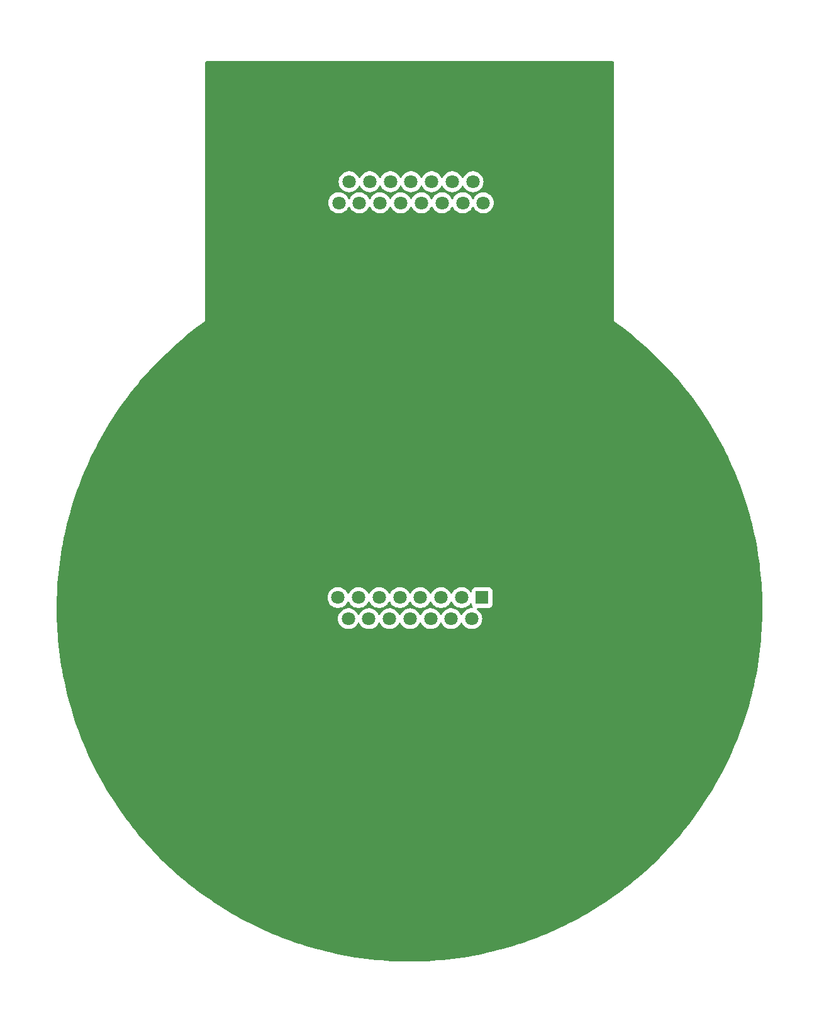
<source format=gbr>
%TF.GenerationSoftware,KiCad,Pcbnew,7.0.9*%
%TF.CreationDate,2024-05-16T17:58:55-06:00*%
%TF.ProjectId,KF50_Stepper_FT_1B_1O,4b463530-5f53-4746-9570-7065725f4654,rev?*%
%TF.SameCoordinates,Original*%
%TF.FileFunction,Copper,L4,Bot*%
%TF.FilePolarity,Positive*%
%FSLAX46Y46*%
G04 Gerber Fmt 4.6, Leading zero omitted, Abs format (unit mm)*
G04 Created by KiCad (PCBNEW 7.0.9) date 2024-05-16 17:58:55*
%MOMM*%
%LPD*%
G01*
G04 APERTURE LIST*
%TA.AperFunction,ComponentPad*%
%ADD10C,6.350000*%
%TD*%
%TA.AperFunction,ComponentPad*%
%ADD11C,1.800000*%
%TD*%
%TA.AperFunction,ComponentPad*%
%ADD12R,1.800000X1.800000*%
%TD*%
%TA.AperFunction,ComponentPad*%
%ADD13C,10.000000*%
%TD*%
G04 APERTURE END LIST*
D10*
%TO.P,J4,0,PAD*%
%TO.N,GND*%
X16660000Y56000000D03*
X-16660000Y56000000D03*
D11*
%TO.P,J4,1,1*%
%TO.N,Net-(J3-Pad1)*%
X9860000Y54580000D03*
%TO.P,J4,2,2*%
%TO.N,Net-(J3-Pad2)*%
X7080000Y54580000D03*
%TO.P,J4,3,3*%
%TO.N,Net-(J3-Pad3)*%
X4300000Y54580000D03*
%TO.P,J4,4,4*%
%TO.N,Net-(J3-Pad4)*%
X1520000Y54580000D03*
%TO.P,J4,5,5*%
%TO.N,Net-(J3-Pad5)*%
X-1260000Y54580000D03*
%TO.P,J4,6,6*%
%TO.N,Net-(J3-Pad6)*%
X-4040000Y54580000D03*
%TO.P,J4,7,7*%
%TO.N,Net-(J3-Pad7)*%
X-6820000Y54580000D03*
%TO.P,J4,8,8*%
%TO.N,Net-(J3-Pad8)*%
X-9600000Y54580000D03*
%TO.P,J4,9,P9*%
%TO.N,Net-(J3-P9)*%
X8470000Y57420000D03*
%TO.P,J4,10,P10*%
%TO.N,Net-(J3-P10)*%
X5690000Y57420000D03*
%TO.P,J4,11,P111*%
%TO.N,Net-(J3-P111)*%
X2910000Y57420000D03*
%TO.P,J4,12,P12*%
%TO.N,Net-(J3-P12)*%
X130000Y57420000D03*
%TO.P,J4,13,P13*%
%TO.N,Net-(J3-P13)*%
X-2650000Y57420000D03*
%TO.P,J4,14,P14*%
%TO.N,Net-(J3-P14)*%
X-5430000Y57420000D03*
%TO.P,J4,15,P15*%
%TO.N,Net-(J3-P15)*%
X-8210000Y57420000D03*
%TD*%
D10*
%TO.P,J3,0,PAD*%
%TO.N,GND*%
X-16660000Y0D03*
X16660000Y0D03*
D12*
%TO.P,J3,1,1*%
%TO.N,Net-(J3-Pad1)*%
X9700000Y1420000D03*
D11*
%TO.P,J3,2,2*%
%TO.N,Net-(J3-Pad2)*%
X6920000Y1420000D03*
%TO.P,J3,3,3*%
%TO.N,Net-(J3-Pad3)*%
X4160000Y1420000D03*
%TO.P,J3,4,4*%
%TO.N,Net-(J3-Pad4)*%
X1380000Y1420000D03*
%TO.P,J3,5,5*%
%TO.N,Net-(J3-Pad5)*%
X-1380000Y1420000D03*
%TO.P,J3,6,6*%
%TO.N,Net-(J3-Pad6)*%
X-4160000Y1420000D03*
%TO.P,J3,7,7*%
%TO.N,Net-(J3-Pad7)*%
X-6920000Y1420000D03*
%TO.P,J3,8,8*%
%TO.N,Net-(J3-Pad8)*%
X-9700000Y1420000D03*
%TO.P,J3,9,P9*%
%TO.N,Net-(J3-P9)*%
X8310000Y-1420000D03*
%TO.P,J3,10,P10*%
%TO.N,Net-(J3-P10)*%
X5540000Y-1420000D03*
%TO.P,J3,11,P111*%
%TO.N,Net-(J3-P111)*%
X2770000Y-1420000D03*
%TO.P,J3,12,P12*%
%TO.N,Net-(J3-P12)*%
X0Y-1420000D03*
%TO.P,J3,13,P13*%
%TO.N,Net-(J3-P13)*%
X-2770000Y-1420000D03*
%TO.P,J3,14,P14*%
%TO.N,Net-(J3-P14)*%
X-5540000Y-1420000D03*
%TO.P,J3,15,P15*%
%TO.N,Net-(J3-P15)*%
X-8310000Y-1420000D03*
%TD*%
D13*
%TO.P,H8,1,1*%
%TO.N,GND*%
X38271001Y15821362D03*
%TD*%
%TO.P,H7,1,1*%
%TO.N,GND*%
X38271001Y-15941362D03*
%TD*%
%TO.P,H6,1,1*%
%TO.N,GND*%
X15811362Y38281001D03*
%TD*%
%TO.P,Hm,1,1*%
%TO.N,GND*%
X15811362Y-38401001D03*
%TD*%
%TO.P,H4,1,1*%
%TO.N,GND*%
X-15951362Y38281001D03*
%TD*%
%TO.P,H3,1,1*%
%TO.N,GND*%
X-15951362Y-38401001D03*
%TD*%
%TO.P,H2,1,1*%
%TO.N,GND*%
X-38411001Y15821362D03*
%TD*%
%TO.P,H1,1,1*%
%TO.N,GND*%
X-38411001Y-15941362D03*
%TD*%
%TA.AperFunction,Conductor*%
%TO.N,GND*%
G36*
X27372539Y73619648D02*
G01*
X27418294Y73566844D01*
X27429500Y73515333D01*
X27429500Y38679588D01*
X27425110Y38664639D01*
X27429512Y38638471D01*
X27432839Y38635662D01*
X27441615Y38630709D01*
X28535360Y37830123D01*
X29617208Y36989268D01*
X30674352Y36117558D01*
X31705912Y35215719D01*
X32657958Y34333671D01*
X32712403Y34283154D01*
X33562460Y33448763D01*
X33692883Y33320510D01*
X34466608Y32515929D01*
X34645097Y32329921D01*
X35358500Y31543896D01*
X35568255Y31312210D01*
X36231711Y30537439D01*
X36461574Y30268245D01*
X37081614Y29500411D01*
X37324347Y29198849D01*
X37905786Y28434734D01*
X38155812Y28104965D01*
X38702071Y27342403D01*
X38955301Y26987474D01*
X39468979Y26224852D01*
X39722120Y25847345D01*
X40205198Y25083491D01*
X40455641Y24685515D01*
X40909628Y23919613D01*
X41155244Y23502964D01*
X41581212Y22734638D01*
X41820362Y22300652D01*
X42219086Y21529844D01*
X42450436Y21079586D01*
X42822802Y20305825D01*
X43044897Y19840872D01*
X43391558Y19063936D01*
X43603288Y18585467D01*
X43924587Y17805670D01*
X44125145Y17314412D01*
X44421480Y16531846D01*
X44610009Y16028820D01*
X44881689Y15243700D01*
X45057493Y14729727D01*
X45304818Y13942174D01*
X45467200Y13418276D01*
X45690380Y12628616D01*
X45838815Y12095494D01*
X46037994Y11304217D01*
X46172017Y10762499D01*
X46347372Y9969957D01*
X46466518Y9420456D01*
X46618221Y8626944D01*
X46722078Y8070458D01*
X46850279Y7276318D01*
X46938482Y6713656D01*
X47043307Y5919306D01*
X47115552Y5351161D01*
X47197108Y4557176D01*
X47253144Y3984075D01*
X47311552Y3190956D01*
X47351135Y2613626D01*
X47386527Y1821723D01*
X47409447Y1240915D01*
X47421943Y450862D01*
X47428031Y-132951D01*
X47417765Y-920656D01*
X47406871Y-1506723D01*
X47373981Y-2291633D01*
X47345986Y-2879336D01*
X47290613Y-3660951D01*
X47245427Y-4249584D01*
X47167717Y-5027430D01*
X47105280Y-5616342D01*
X47005402Y-6389803D01*
X46925654Y-6978524D01*
X46803795Y-7746973D01*
X46706709Y-8334914D01*
X46563022Y-9098003D01*
X46448633Y-9684356D01*
X46283320Y-10441501D01*
X46151620Y-11025839D01*
X45964915Y-11776382D01*
X45815940Y-12358135D01*
X45608027Y-13101684D01*
X45441873Y-13680141D01*
X45212971Y-14416191D01*
X45029725Y-14990781D01*
X44780082Y-15718772D01*
X44579842Y-16288953D01*
X44309713Y-17008354D01*
X44092604Y-17573561D01*
X43802239Y-18283888D01*
X43568417Y-18843534D01*
X43258111Y-19544229D01*
X43007719Y-20097817D01*
X42677751Y-20788391D01*
X42410977Y-21335359D01*
X42061661Y-22015284D01*
X41778698Y-22555112D01*
X41410359Y-23223877D01*
X41111398Y-23756082D01*
X40724344Y-24413227D01*
X40409661Y-24937217D01*
X40004238Y-25582250D01*
X39674043Y-26097584D01*
X39250634Y-26729983D01*
X38905177Y-27236183D01*
X38464105Y-27855542D01*
X38103721Y-28352041D01*
X37645387Y-28957866D01*
X37270299Y-29444289D01*
X36795126Y-30036089D01*
X36405658Y-30511949D01*
X35914056Y-31089277D01*
X35510469Y-31554189D01*
X35002857Y-32116612D01*
X34585561Y-32570047D01*
X34062281Y-33117236D01*
X33631665Y-33558726D01*
X33093160Y-34090259D01*
X32649569Y-34519408D01*
X32096319Y-35034850D01*
X31640074Y-35451306D01*
X31072621Y-35950195D01*
X30604055Y-36353614D01*
X30022809Y-36835628D01*
X29542396Y-37225561D01*
X28947831Y-37690342D01*
X28455968Y-38066435D01*
X27848579Y-38513628D01*
X27345669Y-38875542D01*
X26725935Y-39304820D01*
X26212456Y-39652182D01*
X25580894Y-40063215D01*
X25057263Y-40395722D01*
X24414372Y-40788205D01*
X23881020Y-41105556D01*
X23227412Y-41479141D01*
X22684765Y-41781062D01*
X22020922Y-42135496D01*
X21469454Y-42421698D01*
X20795929Y-42756705D01*
X20236202Y-43026881D01*
X19553450Y-43342250D01*
X18985916Y-43596167D01*
X18294583Y-43891612D01*
X17719688Y-44129054D01*
X17020379Y-44404335D01*
X16438584Y-44625097D01*
X15731817Y-44880024D01*
X15143688Y-45083876D01*
X14430047Y-45318250D01*
X13836076Y-45505011D01*
X13116106Y-45718664D01*
X12516856Y-45888147D01*
X11791155Y-46080909D01*
X11187060Y-46232982D01*
X10456285Y-46404690D01*
X9847906Y-46539203D01*
X9112561Y-46689744D01*
X8500411Y-46806576D01*
X7761224Y-46935811D01*
X7145773Y-47034863D01*
X6403213Y-47142716D01*
X5785184Y-47223868D01*
X5039792Y-47310262D01*
X4419647Y-47373453D01*
X3672132Y-47438307D01*
X3050344Y-47483487D01*
X2301359Y-47526748D01*
X1678424Y-47553875D01*
X928555Y-47575513D01*
X305106Y-47584558D01*
X-445106Y-47584558D01*
X-1068555Y-47575513D01*
X-1818424Y-47553875D01*
X-2441359Y-47526748D01*
X-3190344Y-47483487D01*
X-3812132Y-47438307D01*
X-4559647Y-47373453D01*
X-5179792Y-47310262D01*
X-5925184Y-47223868D01*
X-6543213Y-47142716D01*
X-7285773Y-47034863D01*
X-7901224Y-46935811D01*
X-8640411Y-46806576D01*
X-9252561Y-46689744D01*
X-9987906Y-46539203D01*
X-10596285Y-46404690D01*
X-11327060Y-46232982D01*
X-11931155Y-46080909D01*
X-12656856Y-45888147D01*
X-13256106Y-45718664D01*
X-13976076Y-45505011D01*
X-14570047Y-45318250D01*
X-15283688Y-45083876D01*
X-15871817Y-44880024D01*
X-16578584Y-44625097D01*
X-17160379Y-44404335D01*
X-17859688Y-44129054D01*
X-18434583Y-43891612D01*
X-19125916Y-43596167D01*
X-19693450Y-43342250D01*
X-20376202Y-43026881D01*
X-20935929Y-42756705D01*
X-21609454Y-42421698D01*
X-22160922Y-42135496D01*
X-22824765Y-41781062D01*
X-23367412Y-41479141D01*
X-24021020Y-41105556D01*
X-24554372Y-40788205D01*
X-25197263Y-40395722D01*
X-25720894Y-40063215D01*
X-26352456Y-39652182D01*
X-26865935Y-39304820D01*
X-27485669Y-38875542D01*
X-27988579Y-38513628D01*
X-28595968Y-38066435D01*
X-29087831Y-37690342D01*
X-29682396Y-37225561D01*
X-30162809Y-36835628D01*
X-30744055Y-36353614D01*
X-31212621Y-35950195D01*
X-31780074Y-35451306D01*
X-32236319Y-35034850D01*
X-32789569Y-34519408D01*
X-33233160Y-34090259D01*
X-33771665Y-33558726D01*
X-34202281Y-33117236D01*
X-34725561Y-32570047D01*
X-35142857Y-32116612D01*
X-35650469Y-31554189D01*
X-36054056Y-31089277D01*
X-36545658Y-30511949D01*
X-36935126Y-30036089D01*
X-37410299Y-29444289D01*
X-37785387Y-28957866D01*
X-38243721Y-28352041D01*
X-38604105Y-27855542D01*
X-39045177Y-27236183D01*
X-39390634Y-26729983D01*
X-39814043Y-26097584D01*
X-40144238Y-25582250D01*
X-40549661Y-24937217D01*
X-40864344Y-24413227D01*
X-41251398Y-23756082D01*
X-41550359Y-23223877D01*
X-41918698Y-22555112D01*
X-42201661Y-22015284D01*
X-42550977Y-21335359D01*
X-42817751Y-20788391D01*
X-43147719Y-20097817D01*
X-43398111Y-19544229D01*
X-43708417Y-18843534D01*
X-43942239Y-18283888D01*
X-44232604Y-17573561D01*
X-44449713Y-17008354D01*
X-44719842Y-16288953D01*
X-44920082Y-15718772D01*
X-45169725Y-14990781D01*
X-45352971Y-14416191D01*
X-45581873Y-13680141D01*
X-45748027Y-13101684D01*
X-45955940Y-12358135D01*
X-46104915Y-11776382D01*
X-46291620Y-11025839D01*
X-46423320Y-10441501D01*
X-46588633Y-9684356D01*
X-46703022Y-9098003D01*
X-46846709Y-8334914D01*
X-46943795Y-7746973D01*
X-47065654Y-6978524D01*
X-47145402Y-6389803D01*
X-47245280Y-5616342D01*
X-47307717Y-5027430D01*
X-47385427Y-4249584D01*
X-47430613Y-3660951D01*
X-47485986Y-2879336D01*
X-47513981Y-2291633D01*
X-47546871Y-1506723D01*
X-47557765Y-920656D01*
X-47568031Y-132951D01*
X-47561943Y450862D01*
X-47549447Y1240915D01*
X-47542380Y1419993D01*
X-11105300Y1419993D01*
X-11086135Y1188702D01*
X-11086133Y1188691D01*
X-11029157Y963699D01*
X-10935924Y751151D01*
X-10808983Y556852D01*
X-10808980Y556849D01*
X-10808979Y556847D01*
X-10651784Y386087D01*
X-10651780Y386084D01*
X-10651777Y386081D01*
X-10468634Y243535D01*
X-10468628Y243531D01*
X-10264504Y133064D01*
X-10264495Y133061D01*
X-10044984Y57702D01*
X-9873282Y29050D01*
X-9816049Y19500D01*
X-9816048Y19500D01*
X-9583952Y19500D01*
X-9583951Y19500D01*
X-9538164Y27140D01*
X-9355015Y57702D01*
X-9135504Y133061D01*
X-9135495Y133064D01*
X-8931371Y243531D01*
X-8931365Y243535D01*
X-8748222Y386081D01*
X-8748219Y386084D01*
X-8723886Y412516D01*
X-8669008Y472130D01*
X-8591016Y556852D01*
X-8464076Y751149D01*
X-8423556Y843527D01*
X-8378600Y897012D01*
X-8311864Y917702D01*
X-8244536Y899027D01*
X-8197993Y846917D01*
X-8196444Y843527D01*
X-8155923Y751149D01*
X-8028983Y556852D01*
X-8028980Y556849D01*
X-8028979Y556847D01*
X-7871784Y386087D01*
X-7871780Y386084D01*
X-7871777Y386081D01*
X-7688634Y243535D01*
X-7688628Y243531D01*
X-7484504Y133064D01*
X-7484495Y133061D01*
X-7264984Y57702D01*
X-7093282Y29050D01*
X-7036049Y19500D01*
X-7036048Y19500D01*
X-6803952Y19500D01*
X-6803951Y19500D01*
X-6758164Y27140D01*
X-6575015Y57702D01*
X-6355504Y133061D01*
X-6355495Y133064D01*
X-6151371Y243531D01*
X-6151365Y243535D01*
X-5968222Y386081D01*
X-5968219Y386084D01*
X-5943886Y412516D01*
X-5889008Y472130D01*
X-5811016Y556852D01*
X-5684076Y751149D01*
X-5653556Y820729D01*
X-5608599Y874214D01*
X-5541863Y894904D01*
X-5474536Y876229D01*
X-5427992Y824119D01*
X-5426444Y820729D01*
X-5395923Y751149D01*
X-5268983Y556852D01*
X-5268980Y556849D01*
X-5268979Y556847D01*
X-5111784Y386087D01*
X-5111780Y386084D01*
X-5111777Y386081D01*
X-4928634Y243535D01*
X-4928628Y243531D01*
X-4724504Y133064D01*
X-4724495Y133061D01*
X-4504984Y57702D01*
X-4333282Y29050D01*
X-4276049Y19500D01*
X-4276048Y19500D01*
X-4043952Y19500D01*
X-4043951Y19500D01*
X-3998164Y27140D01*
X-3815015Y57702D01*
X-3595504Y133061D01*
X-3595495Y133064D01*
X-3391371Y243531D01*
X-3391365Y243535D01*
X-3208222Y386081D01*
X-3208219Y386084D01*
X-3183886Y412516D01*
X-3129008Y472130D01*
X-3051016Y556852D01*
X-2924076Y751149D01*
X-2883556Y843527D01*
X-2838600Y897012D01*
X-2771864Y917702D01*
X-2704536Y899027D01*
X-2657993Y846917D01*
X-2656444Y843527D01*
X-2615923Y751149D01*
X-2488983Y556852D01*
X-2488980Y556849D01*
X-2488979Y556847D01*
X-2331784Y386087D01*
X-2331780Y386084D01*
X-2331777Y386081D01*
X-2148634Y243535D01*
X-2148628Y243531D01*
X-1944504Y133064D01*
X-1944495Y133061D01*
X-1724984Y57702D01*
X-1553282Y29050D01*
X-1496049Y19500D01*
X-1496048Y19500D01*
X-1263952Y19500D01*
X-1263951Y19500D01*
X-1218164Y27140D01*
X-1035015Y57702D01*
X-815504Y133061D01*
X-815495Y133064D01*
X-611371Y243531D01*
X-611365Y243535D01*
X-428222Y386081D01*
X-428219Y386084D01*
X-403886Y412516D01*
X-349008Y472130D01*
X-271016Y556852D01*
X-144076Y751149D01*
X-113556Y820729D01*
X-68599Y874214D01*
X-1863Y894904D01*
X65464Y876229D01*
X112008Y824119D01*
X113556Y820729D01*
X144076Y751149D01*
X271016Y556852D01*
X349008Y472130D01*
X403886Y412516D01*
X428219Y386084D01*
X428222Y386081D01*
X611365Y243535D01*
X611371Y243531D01*
X815495Y133064D01*
X815504Y133061D01*
X1035015Y57702D01*
X1218164Y27140D01*
X1263951Y19500D01*
X1263952Y19500D01*
X1496048Y19500D01*
X1496049Y19500D01*
X1553282Y29050D01*
X1724984Y57702D01*
X1944495Y133061D01*
X1944504Y133064D01*
X2148628Y243531D01*
X2148634Y243535D01*
X2331777Y386081D01*
X2331780Y386084D01*
X2331784Y386087D01*
X2488979Y556847D01*
X2488980Y556849D01*
X2488983Y556852D01*
X2615923Y751149D01*
X2656444Y843527D01*
X2701400Y897012D01*
X2768136Y917702D01*
X2835464Y899027D01*
X2882007Y846917D01*
X2883556Y843527D01*
X2924076Y751149D01*
X3051016Y556852D01*
X3129008Y472130D01*
X3183886Y412516D01*
X3208219Y386084D01*
X3208222Y386081D01*
X3391365Y243535D01*
X3391371Y243531D01*
X3595495Y133064D01*
X3595504Y133061D01*
X3815015Y57702D01*
X3998164Y27140D01*
X4043951Y19500D01*
X4043952Y19500D01*
X4276048Y19500D01*
X4276049Y19500D01*
X4333282Y29050D01*
X4504984Y57702D01*
X4724495Y133061D01*
X4724504Y133064D01*
X4928628Y243531D01*
X4928634Y243535D01*
X5111777Y386081D01*
X5111780Y386084D01*
X5111784Y386087D01*
X5268979Y556847D01*
X5268980Y556849D01*
X5268983Y556852D01*
X5395923Y751149D01*
X5426444Y820729D01*
X5471401Y874214D01*
X5538137Y894904D01*
X5605464Y876229D01*
X5652008Y824119D01*
X5653556Y820729D01*
X5684076Y751149D01*
X5811016Y556852D01*
X5889008Y472130D01*
X5943886Y412516D01*
X5968219Y386084D01*
X5968222Y386081D01*
X6151365Y243535D01*
X6151371Y243531D01*
X6355495Y133064D01*
X6355504Y133061D01*
X6575015Y57702D01*
X6758164Y27140D01*
X6803951Y19500D01*
X6803952Y19500D01*
X7036048Y19500D01*
X7036049Y19500D01*
X7093282Y29050D01*
X7264984Y57702D01*
X7484495Y133061D01*
X7484504Y133064D01*
X7688628Y243531D01*
X7688634Y243535D01*
X7871777Y386081D01*
X7871780Y386084D01*
X7871784Y386087D01*
X8028979Y556847D01*
X8028980Y556849D01*
X8028983Y556852D01*
X8071691Y622223D01*
X8124837Y667580D01*
X8194068Y677004D01*
X8257404Y647503D01*
X8294736Y588442D01*
X8299500Y554403D01*
X8299500Y472130D01*
X8299501Y472123D01*
X8305908Y412516D01*
X8356202Y277671D01*
X8356204Y277668D01*
X8381760Y243530D01*
X8430209Y178810D01*
X8454627Y113347D01*
X8439776Y45074D01*
X8390371Y-4332D01*
X8330943Y-19500D01*
X8193951Y-19500D01*
X8148164Y-27140D01*
X7965015Y-57702D01*
X7745504Y-133061D01*
X7745495Y-133064D01*
X7541371Y-243531D01*
X7541365Y-243535D01*
X7358222Y-386081D01*
X7358219Y-386084D01*
X7201016Y-556852D01*
X7074076Y-751149D01*
X7038556Y-832128D01*
X6993600Y-885613D01*
X6926863Y-906303D01*
X6859536Y-887628D01*
X6812992Y-835518D01*
X6811444Y-832128D01*
X6775923Y-751149D01*
X6648983Y-556852D01*
X6648980Y-556849D01*
X6648979Y-556847D01*
X6491784Y-386087D01*
X6491779Y-386083D01*
X6491777Y-386081D01*
X6308634Y-243535D01*
X6308628Y-243531D01*
X6104504Y-133064D01*
X6104495Y-133061D01*
X5884984Y-57702D01*
X5713282Y-29050D01*
X5656049Y-19500D01*
X5423951Y-19500D01*
X5378164Y-27140D01*
X5195015Y-57702D01*
X4975504Y-133061D01*
X4975495Y-133064D01*
X4771371Y-243531D01*
X4771365Y-243535D01*
X4588222Y-386081D01*
X4588219Y-386084D01*
X4431016Y-556852D01*
X4304076Y-751149D01*
X4268556Y-832128D01*
X4223600Y-885613D01*
X4156863Y-906303D01*
X4089536Y-887628D01*
X4042992Y-835518D01*
X4041444Y-832128D01*
X4005923Y-751149D01*
X3878983Y-556852D01*
X3878980Y-556849D01*
X3878979Y-556847D01*
X3721784Y-386087D01*
X3721779Y-386083D01*
X3721777Y-386081D01*
X3538634Y-243535D01*
X3538628Y-243531D01*
X3334504Y-133064D01*
X3334495Y-133061D01*
X3114984Y-57702D01*
X2943282Y-29050D01*
X2886049Y-19500D01*
X2653951Y-19500D01*
X2608164Y-27140D01*
X2425015Y-57702D01*
X2205504Y-133061D01*
X2205495Y-133064D01*
X2001371Y-243531D01*
X2001365Y-243535D01*
X1818222Y-386081D01*
X1818219Y-386084D01*
X1661016Y-556852D01*
X1534076Y-751149D01*
X1498556Y-832128D01*
X1453600Y-885613D01*
X1386863Y-906303D01*
X1319536Y-887628D01*
X1272992Y-835518D01*
X1271444Y-832128D01*
X1235923Y-751149D01*
X1108983Y-556852D01*
X1108980Y-556849D01*
X1108979Y-556847D01*
X951784Y-386087D01*
X951779Y-386083D01*
X951777Y-386081D01*
X768634Y-243535D01*
X768628Y-243531D01*
X564504Y-133064D01*
X564495Y-133061D01*
X344984Y-57702D01*
X173282Y-29050D01*
X116049Y-19500D01*
X-116049Y-19500D01*
X-173282Y-29050D01*
X-344984Y-57702D01*
X-564495Y-133061D01*
X-564504Y-133064D01*
X-768628Y-243531D01*
X-768634Y-243535D01*
X-951777Y-386081D01*
X-951779Y-386083D01*
X-951784Y-386087D01*
X-1108979Y-556847D01*
X-1108980Y-556849D01*
X-1108983Y-556852D01*
X-1235923Y-751149D01*
X-1271444Y-832128D01*
X-1316400Y-885613D01*
X-1383137Y-906303D01*
X-1450464Y-887628D01*
X-1497008Y-835518D01*
X-1498556Y-832128D01*
X-1534076Y-751149D01*
X-1661016Y-556852D01*
X-1818219Y-386084D01*
X-1818222Y-386081D01*
X-2001365Y-243535D01*
X-2001371Y-243531D01*
X-2205495Y-133064D01*
X-2205504Y-133061D01*
X-2425015Y-57702D01*
X-2608164Y-27140D01*
X-2653951Y-19500D01*
X-2886049Y-19500D01*
X-2943282Y-29050D01*
X-3114984Y-57702D01*
X-3334495Y-133061D01*
X-3334504Y-133064D01*
X-3538628Y-243531D01*
X-3538634Y-243535D01*
X-3721777Y-386081D01*
X-3721779Y-386083D01*
X-3721784Y-386087D01*
X-3878979Y-556847D01*
X-3878980Y-556849D01*
X-3878983Y-556852D01*
X-4005923Y-751149D01*
X-4041444Y-832128D01*
X-4086400Y-885613D01*
X-4153137Y-906303D01*
X-4220464Y-887628D01*
X-4267008Y-835518D01*
X-4268556Y-832128D01*
X-4304076Y-751149D01*
X-4431016Y-556852D01*
X-4588219Y-386084D01*
X-4588222Y-386081D01*
X-4771365Y-243535D01*
X-4771371Y-243531D01*
X-4975495Y-133064D01*
X-4975504Y-133061D01*
X-5195015Y-57702D01*
X-5378164Y-27140D01*
X-5423951Y-19500D01*
X-5656049Y-19500D01*
X-5713282Y-29050D01*
X-5884984Y-57702D01*
X-6104495Y-133061D01*
X-6104504Y-133064D01*
X-6308628Y-243531D01*
X-6308634Y-243535D01*
X-6491777Y-386081D01*
X-6491779Y-386083D01*
X-6491784Y-386087D01*
X-6648979Y-556847D01*
X-6648980Y-556849D01*
X-6648983Y-556852D01*
X-6775923Y-751149D01*
X-6811444Y-832128D01*
X-6856400Y-885613D01*
X-6923137Y-906303D01*
X-6990464Y-887628D01*
X-7037008Y-835518D01*
X-7038556Y-832128D01*
X-7074076Y-751149D01*
X-7201016Y-556852D01*
X-7358219Y-386084D01*
X-7358222Y-386081D01*
X-7541365Y-243535D01*
X-7541371Y-243531D01*
X-7745495Y-133064D01*
X-7745504Y-133061D01*
X-7965015Y-57702D01*
X-8148164Y-27140D01*
X-8193951Y-19500D01*
X-8426049Y-19500D01*
X-8483282Y-29050D01*
X-8654984Y-57702D01*
X-8874495Y-133061D01*
X-8874504Y-133064D01*
X-9078628Y-243531D01*
X-9078634Y-243535D01*
X-9261777Y-386081D01*
X-9261779Y-386083D01*
X-9261784Y-386087D01*
X-9418979Y-556847D01*
X-9418980Y-556849D01*
X-9418983Y-556852D01*
X-9545924Y-751151D01*
X-9639157Y-963699D01*
X-9696133Y-1188691D01*
X-9696135Y-1188702D01*
X-9715300Y-1419993D01*
X-9715300Y-1420006D01*
X-9696135Y-1651297D01*
X-9696134Y-1651305D01*
X-9639157Y-1876300D01*
X-9545924Y-2088849D01*
X-9418979Y-2283153D01*
X-9261784Y-2453913D01*
X-9078626Y-2596470D01*
X-8874503Y-2706936D01*
X-8654981Y-2782298D01*
X-8426049Y-2820500D01*
X-8426048Y-2820500D01*
X-8193952Y-2820500D01*
X-8193951Y-2820500D01*
X-7965019Y-2782298D01*
X-7965017Y-2782297D01*
X-7965015Y-2782297D01*
X-7859487Y-2746068D01*
X-7745497Y-2706936D01*
X-7541374Y-2596470D01*
X-7541371Y-2596468D01*
X-7541365Y-2596464D01*
X-7358222Y-2453918D01*
X-7358219Y-2453915D01*
X-7358216Y-2453913D01*
X-7201021Y-2283153D01*
X-7201019Y-2283151D01*
X-7201016Y-2283147D01*
X-7074075Y-2088848D01*
X-7038556Y-2007872D01*
X-6993600Y-1954386D01*
X-6926864Y-1933696D01*
X-6859536Y-1952371D01*
X-6812993Y-2004481D01*
X-6811444Y-2007872D01*
X-6775924Y-2088849D01*
X-6648979Y-2283153D01*
X-6491784Y-2453913D01*
X-6308626Y-2596470D01*
X-6104503Y-2706936D01*
X-5884981Y-2782298D01*
X-5656049Y-2820500D01*
X-5656048Y-2820500D01*
X-5423952Y-2820500D01*
X-5423951Y-2820500D01*
X-5195019Y-2782298D01*
X-5195017Y-2782297D01*
X-5195015Y-2782297D01*
X-5089487Y-2746068D01*
X-4975497Y-2706936D01*
X-4771374Y-2596470D01*
X-4771371Y-2596468D01*
X-4771365Y-2596464D01*
X-4588222Y-2453918D01*
X-4588219Y-2453915D01*
X-4588216Y-2453913D01*
X-4431021Y-2283153D01*
X-4431019Y-2283151D01*
X-4431016Y-2283147D01*
X-4304075Y-2088848D01*
X-4268556Y-2007872D01*
X-4223600Y-1954386D01*
X-4156864Y-1933696D01*
X-4089536Y-1952371D01*
X-4042993Y-2004481D01*
X-4041444Y-2007872D01*
X-4005924Y-2088849D01*
X-3878979Y-2283153D01*
X-3721784Y-2453913D01*
X-3538626Y-2596470D01*
X-3334503Y-2706936D01*
X-3114981Y-2782298D01*
X-2886049Y-2820500D01*
X-2886048Y-2820500D01*
X-2653952Y-2820500D01*
X-2653951Y-2820500D01*
X-2425019Y-2782298D01*
X-2425017Y-2782297D01*
X-2425015Y-2782297D01*
X-2319487Y-2746068D01*
X-2205497Y-2706936D01*
X-2001374Y-2596470D01*
X-2001371Y-2596468D01*
X-2001365Y-2596464D01*
X-1818222Y-2453918D01*
X-1818219Y-2453915D01*
X-1818216Y-2453913D01*
X-1661021Y-2283153D01*
X-1661019Y-2283151D01*
X-1661016Y-2283147D01*
X-1534075Y-2088848D01*
X-1498556Y-2007872D01*
X-1453600Y-1954386D01*
X-1386864Y-1933696D01*
X-1319536Y-1952371D01*
X-1272993Y-2004481D01*
X-1271444Y-2007872D01*
X-1235924Y-2088849D01*
X-1108979Y-2283153D01*
X-951784Y-2453913D01*
X-768626Y-2596470D01*
X-564503Y-2706936D01*
X-344981Y-2782298D01*
X-116049Y-2820500D01*
X-116048Y-2820500D01*
X116048Y-2820500D01*
X116049Y-2820500D01*
X344981Y-2782298D01*
X564503Y-2706936D01*
X768626Y-2596470D01*
X951784Y-2453913D01*
X1108979Y-2283153D01*
X1235924Y-2088849D01*
X1271444Y-2007872D01*
X1316400Y-1954386D01*
X1383136Y-1933696D01*
X1450464Y-1952371D01*
X1497007Y-2004481D01*
X1498556Y-2007872D01*
X1534075Y-2088848D01*
X1661016Y-2283147D01*
X1661019Y-2283151D01*
X1661021Y-2283153D01*
X1818216Y-2453913D01*
X1818219Y-2453915D01*
X1818222Y-2453918D01*
X2001365Y-2596464D01*
X2001371Y-2596468D01*
X2001374Y-2596470D01*
X2205497Y-2706936D01*
X2319487Y-2746068D01*
X2425015Y-2782297D01*
X2425017Y-2782297D01*
X2425019Y-2782298D01*
X2653951Y-2820500D01*
X2653952Y-2820500D01*
X2886048Y-2820500D01*
X2886049Y-2820500D01*
X3114981Y-2782298D01*
X3334503Y-2706936D01*
X3538626Y-2596470D01*
X3721784Y-2453913D01*
X3878979Y-2283153D01*
X4005924Y-2088849D01*
X4041444Y-2007872D01*
X4086400Y-1954386D01*
X4153136Y-1933696D01*
X4220464Y-1952371D01*
X4267007Y-2004481D01*
X4268556Y-2007872D01*
X4304075Y-2088848D01*
X4431016Y-2283147D01*
X4431019Y-2283151D01*
X4431021Y-2283153D01*
X4588216Y-2453913D01*
X4588219Y-2453915D01*
X4588222Y-2453918D01*
X4771365Y-2596464D01*
X4771371Y-2596468D01*
X4771374Y-2596470D01*
X4975497Y-2706936D01*
X5089487Y-2746068D01*
X5195015Y-2782297D01*
X5195017Y-2782297D01*
X5195019Y-2782298D01*
X5423951Y-2820500D01*
X5423952Y-2820500D01*
X5656048Y-2820500D01*
X5656049Y-2820500D01*
X5884981Y-2782298D01*
X6104503Y-2706936D01*
X6308626Y-2596470D01*
X6491784Y-2453913D01*
X6648979Y-2283153D01*
X6775924Y-2088849D01*
X6811444Y-2007872D01*
X6856400Y-1954386D01*
X6923136Y-1933696D01*
X6990464Y-1952371D01*
X7037007Y-2004481D01*
X7038556Y-2007872D01*
X7074075Y-2088848D01*
X7201016Y-2283147D01*
X7201019Y-2283151D01*
X7201021Y-2283153D01*
X7358216Y-2453913D01*
X7358219Y-2453915D01*
X7358222Y-2453918D01*
X7541365Y-2596464D01*
X7541371Y-2596468D01*
X7541374Y-2596470D01*
X7745497Y-2706936D01*
X7859487Y-2746068D01*
X7965015Y-2782297D01*
X7965017Y-2782297D01*
X7965019Y-2782298D01*
X8193951Y-2820500D01*
X8193952Y-2820500D01*
X8426048Y-2820500D01*
X8426049Y-2820500D01*
X8654981Y-2782298D01*
X8874503Y-2706936D01*
X9078626Y-2596470D01*
X9261784Y-2453913D01*
X9418979Y-2283153D01*
X9545924Y-2088849D01*
X9639157Y-1876300D01*
X9696134Y-1651305D01*
X9696135Y-1651297D01*
X9715300Y-1420006D01*
X9715300Y-1419993D01*
X9696135Y-1188702D01*
X9696133Y-1188691D01*
X9639157Y-963699D01*
X9545924Y-751151D01*
X9418983Y-556852D01*
X9418980Y-556849D01*
X9418979Y-556847D01*
X9261784Y-386087D01*
X9261779Y-386083D01*
X9261777Y-386081D01*
X9078634Y-243535D01*
X9078623Y-243528D01*
X9023235Y-213553D01*
X8973645Y-164333D01*
X8958538Y-96117D01*
X8982709Y-30561D01*
X9038485Y11520D01*
X9082249Y19500D01*
X10647872Y19501D01*
X10647876Y19501D01*
X10707483Y25908D01*
X10842328Y76202D01*
X10842335Y76206D01*
X10957544Y162452D01*
X10957547Y162455D01*
X11043793Y277664D01*
X11043797Y277671D01*
X11094091Y412517D01*
X11100500Y472127D01*
X11100499Y2367872D01*
X11094091Y2427483D01*
X11043796Y2562331D01*
X10957546Y2677546D01*
X10842331Y2763796D01*
X10707483Y2814091D01*
X10647873Y2820500D01*
X8752128Y2820499D01*
X8703757Y2815299D01*
X8692516Y2814091D01*
X8557671Y2763797D01*
X8557664Y2763793D01*
X8442455Y2677547D01*
X8442452Y2677544D01*
X8356206Y2562335D01*
X8356202Y2562328D01*
X8305908Y2427482D01*
X8299501Y2367883D01*
X8299501Y2367876D01*
X8299500Y2367864D01*
X8299500Y2285598D01*
X8279815Y2218559D01*
X8227011Y2172804D01*
X8157853Y2162860D01*
X8094297Y2191885D01*
X8071691Y2217777D01*
X8028983Y2283147D01*
X8028982Y2283147D01*
X8028979Y2283153D01*
X7871784Y2453913D01*
X7688626Y2596470D01*
X7484503Y2706936D01*
X7264981Y2782298D01*
X7036049Y2820500D01*
X6803951Y2820500D01*
X6575019Y2782298D01*
X6575017Y2782297D01*
X6575015Y2782297D01*
X6469487Y2746068D01*
X6355497Y2706936D01*
X6151374Y2596470D01*
X6151372Y2596468D01*
X6151371Y2596468D01*
X6151365Y2596464D01*
X5968222Y2453918D01*
X5968216Y2453913D01*
X5811021Y2283153D01*
X5811019Y2283151D01*
X5811016Y2283147D01*
X5684075Y2088848D01*
X5653556Y2019271D01*
X5608600Y1965785D01*
X5541864Y1945095D01*
X5474536Y1963770D01*
X5427993Y2015880D01*
X5426444Y2019271D01*
X5395924Y2088848D01*
X5395924Y2088849D01*
X5268979Y2283153D01*
X5111784Y2453913D01*
X4928626Y2596470D01*
X4724503Y2706936D01*
X4504981Y2782298D01*
X4276049Y2820500D01*
X4043951Y2820500D01*
X3815019Y2782298D01*
X3815017Y2782297D01*
X3815015Y2782297D01*
X3709487Y2746068D01*
X3595497Y2706936D01*
X3391374Y2596470D01*
X3391372Y2596468D01*
X3391371Y2596468D01*
X3391365Y2596464D01*
X3208222Y2453918D01*
X3208216Y2453913D01*
X3051021Y2283153D01*
X3051019Y2283151D01*
X3051016Y2283147D01*
X2924075Y2088848D01*
X2883556Y1996473D01*
X2838600Y1942987D01*
X2771864Y1922297D01*
X2704536Y1940972D01*
X2657993Y1993082D01*
X2656444Y1996473D01*
X2615924Y2088848D01*
X2615924Y2088849D01*
X2488979Y2283153D01*
X2331784Y2453913D01*
X2148626Y2596470D01*
X1944503Y2706936D01*
X1724981Y2782298D01*
X1496049Y2820500D01*
X1263951Y2820500D01*
X1035019Y2782298D01*
X1035017Y2782297D01*
X1035015Y2782297D01*
X929487Y2746068D01*
X815497Y2706936D01*
X611374Y2596470D01*
X611372Y2596468D01*
X611371Y2596468D01*
X611365Y2596464D01*
X428222Y2453918D01*
X428216Y2453913D01*
X271021Y2283153D01*
X271019Y2283151D01*
X271016Y2283147D01*
X144075Y2088848D01*
X113556Y2019271D01*
X68600Y1965785D01*
X1864Y1945095D01*
X-65464Y1963770D01*
X-112007Y2015880D01*
X-113556Y2019271D01*
X-144075Y2088848D01*
X-271016Y2283147D01*
X-271019Y2283151D01*
X-271021Y2283153D01*
X-428216Y2453913D01*
X-428222Y2453918D01*
X-611365Y2596464D01*
X-611371Y2596468D01*
X-611372Y2596468D01*
X-611374Y2596470D01*
X-815497Y2706936D01*
X-929487Y2746068D01*
X-1035015Y2782297D01*
X-1035017Y2782297D01*
X-1035019Y2782298D01*
X-1263951Y2820500D01*
X-1496049Y2820500D01*
X-1724981Y2782298D01*
X-1944503Y2706936D01*
X-2148626Y2596470D01*
X-2331784Y2453913D01*
X-2488979Y2283153D01*
X-2615924Y2088849D01*
X-2615924Y2088848D01*
X-2656444Y1996473D01*
X-2701400Y1942987D01*
X-2768136Y1922297D01*
X-2835464Y1940972D01*
X-2882007Y1993082D01*
X-2883556Y1996473D01*
X-2924075Y2088848D01*
X-3051016Y2283147D01*
X-3051019Y2283151D01*
X-3051021Y2283153D01*
X-3208216Y2453913D01*
X-3208222Y2453918D01*
X-3391365Y2596464D01*
X-3391371Y2596468D01*
X-3391372Y2596468D01*
X-3391374Y2596470D01*
X-3595497Y2706936D01*
X-3709487Y2746068D01*
X-3815015Y2782297D01*
X-3815017Y2782297D01*
X-3815019Y2782298D01*
X-4043951Y2820500D01*
X-4276049Y2820500D01*
X-4504981Y2782298D01*
X-4724503Y2706936D01*
X-4928626Y2596470D01*
X-5111784Y2453913D01*
X-5268979Y2283153D01*
X-5395924Y2088849D01*
X-5395924Y2088848D01*
X-5426444Y2019271D01*
X-5471400Y1965785D01*
X-5538136Y1945095D01*
X-5605464Y1963770D01*
X-5652007Y2015880D01*
X-5653556Y2019271D01*
X-5684075Y2088848D01*
X-5811016Y2283147D01*
X-5811019Y2283151D01*
X-5811021Y2283153D01*
X-5968216Y2453913D01*
X-5968222Y2453918D01*
X-6151365Y2596464D01*
X-6151371Y2596468D01*
X-6151372Y2596468D01*
X-6151374Y2596470D01*
X-6355497Y2706936D01*
X-6469487Y2746068D01*
X-6575015Y2782297D01*
X-6575017Y2782297D01*
X-6575019Y2782298D01*
X-6803951Y2820500D01*
X-7036049Y2820500D01*
X-7264981Y2782298D01*
X-7484503Y2706936D01*
X-7688626Y2596470D01*
X-7871784Y2453913D01*
X-8028979Y2283153D01*
X-8155924Y2088849D01*
X-8155924Y2088848D01*
X-8196444Y1996473D01*
X-8241400Y1942987D01*
X-8308136Y1922297D01*
X-8375464Y1940972D01*
X-8422007Y1993082D01*
X-8423556Y1996473D01*
X-8464075Y2088848D01*
X-8591016Y2283147D01*
X-8591019Y2283151D01*
X-8591021Y2283153D01*
X-8748216Y2453913D01*
X-8748222Y2453918D01*
X-8931365Y2596464D01*
X-8931371Y2596468D01*
X-8931372Y2596468D01*
X-8931374Y2596470D01*
X-9135497Y2706936D01*
X-9249487Y2746068D01*
X-9355015Y2782297D01*
X-9355017Y2782297D01*
X-9355019Y2782298D01*
X-9583951Y2820500D01*
X-9816049Y2820500D01*
X-10044981Y2782298D01*
X-10264503Y2706936D01*
X-10468626Y2596470D01*
X-10651784Y2453913D01*
X-10808979Y2283153D01*
X-10935924Y2088849D01*
X-10999905Y1942987D01*
X-11029157Y1876300D01*
X-11086133Y1651308D01*
X-11086135Y1651297D01*
X-11105300Y1420006D01*
X-11105300Y1419993D01*
X-47542380Y1419993D01*
X-47526527Y1821723D01*
X-47491135Y2613626D01*
X-47451552Y3190956D01*
X-47393144Y3984075D01*
X-47337108Y4557176D01*
X-47255552Y5351161D01*
X-47183307Y5919306D01*
X-47078482Y6713656D01*
X-46990279Y7276318D01*
X-46862078Y8070458D01*
X-46758221Y8626944D01*
X-46606518Y9420456D01*
X-46487372Y9969957D01*
X-46312017Y10762499D01*
X-46177994Y11304217D01*
X-45978815Y12095494D01*
X-45830380Y12628616D01*
X-45607200Y13418276D01*
X-45444818Y13942174D01*
X-45197493Y14729727D01*
X-45021689Y15243700D01*
X-44750009Y16028820D01*
X-44561480Y16531846D01*
X-44265145Y17314412D01*
X-44064587Y17805670D01*
X-43743288Y18585467D01*
X-43531558Y19063936D01*
X-43184897Y19840872D01*
X-42962802Y20305825D01*
X-42590436Y21079586D01*
X-42359086Y21529844D01*
X-41960362Y22300652D01*
X-41721212Y22734638D01*
X-41295244Y23502964D01*
X-41049628Y23919613D01*
X-40595641Y24685515D01*
X-40345198Y25083491D01*
X-39862120Y25847345D01*
X-39608979Y26224852D01*
X-39095301Y26987474D01*
X-38842071Y27342403D01*
X-38295812Y28104965D01*
X-38045786Y28434734D01*
X-37464347Y29198849D01*
X-37221614Y29500411D01*
X-36601574Y30268245D01*
X-36371711Y30537439D01*
X-35708255Y31312210D01*
X-35498500Y31543896D01*
X-34785097Y32329921D01*
X-34606608Y32515929D01*
X-33832883Y33320510D01*
X-33702460Y33448763D01*
X-32852403Y34283154D01*
X-32797958Y34333671D01*
X-31845912Y35215719D01*
X-30814352Y36117558D01*
X-29757208Y36989268D01*
X-28675360Y37830123D01*
X-27581615Y38630709D01*
X-27572839Y38635662D01*
X-27569512Y38638471D01*
X-27565471Y38662493D01*
X-27569363Y38673758D01*
X-27569500Y38679588D01*
X-27569500Y54579993D01*
X-11005300Y54579993D01*
X-10986135Y54348702D01*
X-10986133Y54348691D01*
X-10929157Y54123699D01*
X-10835924Y53911151D01*
X-10708983Y53716852D01*
X-10708980Y53716849D01*
X-10708979Y53716847D01*
X-10551784Y53546087D01*
X-10551780Y53546084D01*
X-10551777Y53546081D01*
X-10368634Y53403535D01*
X-10368628Y53403531D01*
X-10164504Y53293064D01*
X-10164495Y53293061D01*
X-9944984Y53217702D01*
X-9773282Y53189050D01*
X-9716049Y53179500D01*
X-9716048Y53179500D01*
X-9483952Y53179500D01*
X-9483951Y53179500D01*
X-9438164Y53187140D01*
X-9255015Y53217702D01*
X-9035504Y53293061D01*
X-9035495Y53293064D01*
X-8831371Y53403531D01*
X-8831365Y53403535D01*
X-8648222Y53546081D01*
X-8648219Y53546084D01*
X-8491016Y53716852D01*
X-8364076Y53911149D01*
X-8323556Y54003527D01*
X-8278600Y54057012D01*
X-8211864Y54077702D01*
X-8144536Y54059027D01*
X-8097993Y54006917D01*
X-8096444Y54003527D01*
X-8055923Y53911149D01*
X-7928983Y53716852D01*
X-7928980Y53716849D01*
X-7928979Y53716847D01*
X-7771784Y53546087D01*
X-7771780Y53546084D01*
X-7771777Y53546081D01*
X-7588634Y53403535D01*
X-7588628Y53403531D01*
X-7384504Y53293064D01*
X-7384495Y53293061D01*
X-7164984Y53217702D01*
X-6993282Y53189050D01*
X-6936049Y53179500D01*
X-6936048Y53179500D01*
X-6703952Y53179500D01*
X-6703951Y53179500D01*
X-6658164Y53187140D01*
X-6475015Y53217702D01*
X-6255504Y53293061D01*
X-6255495Y53293064D01*
X-6051371Y53403531D01*
X-6051365Y53403535D01*
X-5868222Y53546081D01*
X-5868219Y53546084D01*
X-5711016Y53716852D01*
X-5584076Y53911149D01*
X-5543556Y54003527D01*
X-5498600Y54057012D01*
X-5431864Y54077702D01*
X-5364536Y54059027D01*
X-5317993Y54006917D01*
X-5316444Y54003527D01*
X-5275923Y53911149D01*
X-5148983Y53716852D01*
X-5148980Y53716849D01*
X-5148979Y53716847D01*
X-4991784Y53546087D01*
X-4991780Y53546084D01*
X-4991777Y53546081D01*
X-4808634Y53403535D01*
X-4808628Y53403531D01*
X-4604504Y53293064D01*
X-4604495Y53293061D01*
X-4384984Y53217702D01*
X-4213282Y53189050D01*
X-4156049Y53179500D01*
X-4156048Y53179500D01*
X-3923952Y53179500D01*
X-3923951Y53179500D01*
X-3878164Y53187140D01*
X-3695015Y53217702D01*
X-3475504Y53293061D01*
X-3475495Y53293064D01*
X-3271371Y53403531D01*
X-3271365Y53403535D01*
X-3088222Y53546081D01*
X-3088219Y53546084D01*
X-2931016Y53716852D01*
X-2804076Y53911149D01*
X-2763556Y54003527D01*
X-2718600Y54057012D01*
X-2651864Y54077702D01*
X-2584536Y54059027D01*
X-2537993Y54006917D01*
X-2536444Y54003527D01*
X-2495923Y53911149D01*
X-2368983Y53716852D01*
X-2368980Y53716849D01*
X-2368979Y53716847D01*
X-2211784Y53546087D01*
X-2211780Y53546084D01*
X-2211777Y53546081D01*
X-2028634Y53403535D01*
X-2028628Y53403531D01*
X-1824504Y53293064D01*
X-1824495Y53293061D01*
X-1604984Y53217702D01*
X-1433282Y53189050D01*
X-1376049Y53179500D01*
X-1376048Y53179500D01*
X-1143952Y53179500D01*
X-1143951Y53179500D01*
X-1098164Y53187140D01*
X-915015Y53217702D01*
X-695504Y53293061D01*
X-695495Y53293064D01*
X-491371Y53403531D01*
X-491365Y53403535D01*
X-308222Y53546081D01*
X-308219Y53546084D01*
X-151016Y53716852D01*
X-24076Y53911149D01*
X16444Y54003527D01*
X61400Y54057012D01*
X128136Y54077702D01*
X195464Y54059027D01*
X242007Y54006917D01*
X243556Y54003527D01*
X284076Y53911149D01*
X411016Y53716852D01*
X568219Y53546084D01*
X568222Y53546081D01*
X751365Y53403535D01*
X751371Y53403531D01*
X955495Y53293064D01*
X955504Y53293061D01*
X1175015Y53217702D01*
X1358164Y53187140D01*
X1403951Y53179500D01*
X1403952Y53179500D01*
X1636048Y53179500D01*
X1636049Y53179500D01*
X1693282Y53189050D01*
X1864984Y53217702D01*
X2084495Y53293061D01*
X2084504Y53293064D01*
X2288628Y53403531D01*
X2288634Y53403535D01*
X2471777Y53546081D01*
X2471780Y53546084D01*
X2471784Y53546087D01*
X2628979Y53716847D01*
X2628980Y53716849D01*
X2628983Y53716852D01*
X2755923Y53911149D01*
X2796444Y54003527D01*
X2841400Y54057012D01*
X2908136Y54077702D01*
X2975464Y54059027D01*
X3022007Y54006917D01*
X3023556Y54003527D01*
X3064076Y53911149D01*
X3191016Y53716852D01*
X3348219Y53546084D01*
X3348222Y53546081D01*
X3531365Y53403535D01*
X3531371Y53403531D01*
X3735495Y53293064D01*
X3735504Y53293061D01*
X3955015Y53217702D01*
X4138164Y53187140D01*
X4183951Y53179500D01*
X4183952Y53179500D01*
X4416048Y53179500D01*
X4416049Y53179500D01*
X4473282Y53189050D01*
X4644984Y53217702D01*
X4864495Y53293061D01*
X4864504Y53293064D01*
X5068628Y53403531D01*
X5068634Y53403535D01*
X5251777Y53546081D01*
X5251780Y53546084D01*
X5251784Y53546087D01*
X5408979Y53716847D01*
X5408980Y53716849D01*
X5408983Y53716852D01*
X5535923Y53911149D01*
X5576444Y54003527D01*
X5621400Y54057012D01*
X5688136Y54077702D01*
X5755464Y54059027D01*
X5802007Y54006917D01*
X5803556Y54003527D01*
X5844076Y53911149D01*
X5971016Y53716852D01*
X6128219Y53546084D01*
X6128222Y53546081D01*
X6311365Y53403535D01*
X6311371Y53403531D01*
X6515495Y53293064D01*
X6515504Y53293061D01*
X6735015Y53217702D01*
X6918164Y53187140D01*
X6963951Y53179500D01*
X6963952Y53179500D01*
X7196048Y53179500D01*
X7196049Y53179500D01*
X7253282Y53189050D01*
X7424984Y53217702D01*
X7644495Y53293061D01*
X7644504Y53293064D01*
X7848628Y53403531D01*
X7848634Y53403535D01*
X8031777Y53546081D01*
X8031780Y53546084D01*
X8031784Y53546087D01*
X8188979Y53716847D01*
X8188980Y53716849D01*
X8188983Y53716852D01*
X8315923Y53911149D01*
X8356444Y54003527D01*
X8401400Y54057012D01*
X8468136Y54077702D01*
X8535464Y54059027D01*
X8582007Y54006917D01*
X8583556Y54003527D01*
X8624076Y53911149D01*
X8751016Y53716852D01*
X8908219Y53546084D01*
X8908222Y53546081D01*
X9091365Y53403535D01*
X9091371Y53403531D01*
X9295495Y53293064D01*
X9295504Y53293061D01*
X9515015Y53217702D01*
X9698164Y53187140D01*
X9743951Y53179500D01*
X9743952Y53179500D01*
X9976048Y53179500D01*
X9976049Y53179500D01*
X10033282Y53189050D01*
X10204984Y53217702D01*
X10424495Y53293061D01*
X10424504Y53293064D01*
X10628628Y53403531D01*
X10628634Y53403535D01*
X10811777Y53546081D01*
X10811780Y53546084D01*
X10811784Y53546087D01*
X10968979Y53716847D01*
X10968980Y53716849D01*
X10968983Y53716852D01*
X11095924Y53911151D01*
X11189157Y54123699D01*
X11246133Y54348691D01*
X11246135Y54348702D01*
X11265300Y54579993D01*
X11265300Y54580006D01*
X11246135Y54811297D01*
X11246133Y54811308D01*
X11189157Y55036300D01*
X11095924Y55248848D01*
X11095924Y55248849D01*
X10968979Y55443153D01*
X10811784Y55613913D01*
X10628626Y55756470D01*
X10424503Y55866936D01*
X10204981Y55942298D01*
X9976049Y55980500D01*
X9743951Y55980500D01*
X9515019Y55942298D01*
X9515017Y55942297D01*
X9515015Y55942297D01*
X9409487Y55906068D01*
X9295497Y55866936D01*
X9091374Y55756470D01*
X9091372Y55756468D01*
X9091371Y55756468D01*
X9091365Y55756464D01*
X8908222Y55613918D01*
X8908216Y55613913D01*
X8751021Y55443153D01*
X8751019Y55443151D01*
X8751016Y55443147D01*
X8624075Y55248848D01*
X8583556Y55156473D01*
X8538600Y55102987D01*
X8471864Y55082297D01*
X8404536Y55100972D01*
X8357993Y55153082D01*
X8356444Y55156473D01*
X8315924Y55248848D01*
X8315924Y55248849D01*
X8188979Y55443153D01*
X8031784Y55613913D01*
X7848626Y55756470D01*
X7644503Y55866936D01*
X7424981Y55942298D01*
X7196049Y55980500D01*
X6963951Y55980500D01*
X6735019Y55942298D01*
X6735017Y55942297D01*
X6735015Y55942297D01*
X6629487Y55906068D01*
X6515497Y55866936D01*
X6311374Y55756470D01*
X6311372Y55756468D01*
X6311371Y55756468D01*
X6311365Y55756464D01*
X6128222Y55613918D01*
X6128216Y55613913D01*
X5971021Y55443153D01*
X5971019Y55443151D01*
X5971016Y55443147D01*
X5844075Y55248848D01*
X5803556Y55156473D01*
X5758600Y55102987D01*
X5691864Y55082297D01*
X5624536Y55100972D01*
X5577993Y55153082D01*
X5576444Y55156473D01*
X5535924Y55248848D01*
X5535924Y55248849D01*
X5408979Y55443153D01*
X5251784Y55613913D01*
X5068626Y55756470D01*
X4864503Y55866936D01*
X4644981Y55942298D01*
X4416049Y55980500D01*
X4183951Y55980500D01*
X3955019Y55942298D01*
X3955017Y55942297D01*
X3955015Y55942297D01*
X3849487Y55906068D01*
X3735497Y55866936D01*
X3531374Y55756470D01*
X3531372Y55756468D01*
X3531371Y55756468D01*
X3531365Y55756464D01*
X3348222Y55613918D01*
X3348216Y55613913D01*
X3191021Y55443153D01*
X3191019Y55443151D01*
X3191016Y55443147D01*
X3064075Y55248848D01*
X3023556Y55156473D01*
X2978600Y55102987D01*
X2911864Y55082297D01*
X2844536Y55100972D01*
X2797993Y55153082D01*
X2796444Y55156473D01*
X2755924Y55248848D01*
X2755924Y55248849D01*
X2628979Y55443153D01*
X2471784Y55613913D01*
X2288626Y55756470D01*
X2084503Y55866936D01*
X1864981Y55942298D01*
X1636049Y55980500D01*
X1403951Y55980500D01*
X1175019Y55942298D01*
X1175017Y55942297D01*
X1175015Y55942297D01*
X1069487Y55906068D01*
X955497Y55866936D01*
X751374Y55756470D01*
X751372Y55756468D01*
X751371Y55756468D01*
X751365Y55756464D01*
X568222Y55613918D01*
X568216Y55613913D01*
X411021Y55443153D01*
X411019Y55443151D01*
X411016Y55443147D01*
X284075Y55248848D01*
X243556Y55156473D01*
X198600Y55102987D01*
X131864Y55082297D01*
X64536Y55100972D01*
X17993Y55153082D01*
X16444Y55156473D01*
X-24075Y55248848D01*
X-151016Y55443147D01*
X-151019Y55443151D01*
X-151021Y55443153D01*
X-308216Y55613913D01*
X-308222Y55613918D01*
X-491365Y55756464D01*
X-491371Y55756468D01*
X-491372Y55756468D01*
X-491374Y55756470D01*
X-695497Y55866936D01*
X-809487Y55906068D01*
X-915015Y55942297D01*
X-915017Y55942297D01*
X-915019Y55942298D01*
X-1143951Y55980500D01*
X-1376049Y55980500D01*
X-1604981Y55942298D01*
X-1824503Y55866936D01*
X-2028626Y55756470D01*
X-2211784Y55613913D01*
X-2368979Y55443153D01*
X-2495924Y55248849D01*
X-2495924Y55248848D01*
X-2536444Y55156473D01*
X-2581400Y55102987D01*
X-2648136Y55082297D01*
X-2715464Y55100972D01*
X-2762007Y55153082D01*
X-2763556Y55156473D01*
X-2804075Y55248848D01*
X-2931016Y55443147D01*
X-2931019Y55443151D01*
X-2931021Y55443153D01*
X-3088216Y55613913D01*
X-3088222Y55613918D01*
X-3271365Y55756464D01*
X-3271371Y55756468D01*
X-3271372Y55756468D01*
X-3271374Y55756470D01*
X-3475497Y55866936D01*
X-3589487Y55906068D01*
X-3695015Y55942297D01*
X-3695017Y55942297D01*
X-3695019Y55942298D01*
X-3923951Y55980500D01*
X-4156049Y55980500D01*
X-4384981Y55942298D01*
X-4604503Y55866936D01*
X-4808626Y55756470D01*
X-4991784Y55613913D01*
X-5148979Y55443153D01*
X-5275924Y55248849D01*
X-5275924Y55248848D01*
X-5316444Y55156473D01*
X-5361400Y55102987D01*
X-5428136Y55082297D01*
X-5495464Y55100972D01*
X-5542007Y55153082D01*
X-5543556Y55156473D01*
X-5584075Y55248848D01*
X-5711016Y55443147D01*
X-5711019Y55443151D01*
X-5711021Y55443153D01*
X-5868216Y55613913D01*
X-5868222Y55613918D01*
X-6051365Y55756464D01*
X-6051371Y55756468D01*
X-6051372Y55756468D01*
X-6051374Y55756470D01*
X-6255497Y55866936D01*
X-6369487Y55906068D01*
X-6475015Y55942297D01*
X-6475017Y55942297D01*
X-6475019Y55942298D01*
X-6703951Y55980500D01*
X-6936049Y55980500D01*
X-7164981Y55942298D01*
X-7384503Y55866936D01*
X-7588626Y55756470D01*
X-7771784Y55613913D01*
X-7928979Y55443153D01*
X-8055924Y55248849D01*
X-8055924Y55248848D01*
X-8096444Y55156473D01*
X-8141400Y55102987D01*
X-8208136Y55082297D01*
X-8275464Y55100972D01*
X-8322007Y55153082D01*
X-8323556Y55156473D01*
X-8364075Y55248848D01*
X-8491016Y55443147D01*
X-8491019Y55443151D01*
X-8491021Y55443153D01*
X-8648216Y55613913D01*
X-8648222Y55613918D01*
X-8831365Y55756464D01*
X-8831371Y55756468D01*
X-8831372Y55756468D01*
X-8831374Y55756470D01*
X-9035497Y55866936D01*
X-9149487Y55906068D01*
X-9255015Y55942297D01*
X-9255017Y55942297D01*
X-9255019Y55942298D01*
X-9483951Y55980500D01*
X-9716049Y55980500D01*
X-9944981Y55942298D01*
X-10164503Y55866936D01*
X-10368626Y55756470D01*
X-10551784Y55613913D01*
X-10708979Y55443153D01*
X-10835924Y55248849D01*
X-10835924Y55248848D01*
X-10929157Y55036300D01*
X-10986133Y54811308D01*
X-10986135Y54811297D01*
X-11005300Y54580006D01*
X-11005300Y54579993D01*
X-27569500Y54579993D01*
X-27569500Y57419993D01*
X-9615300Y57419993D01*
X-9596135Y57188702D01*
X-9596133Y57188691D01*
X-9539157Y56963699D01*
X-9445924Y56751151D01*
X-9318983Y56556852D01*
X-9318980Y56556849D01*
X-9318979Y56556847D01*
X-9161784Y56386087D01*
X-9161780Y56386084D01*
X-9161777Y56386081D01*
X-8978634Y56243535D01*
X-8978628Y56243531D01*
X-8774504Y56133064D01*
X-8774495Y56133061D01*
X-8554984Y56057702D01*
X-8383282Y56029050D01*
X-8326049Y56019500D01*
X-8326048Y56019500D01*
X-8093952Y56019500D01*
X-8093951Y56019500D01*
X-8048164Y56027140D01*
X-7865015Y56057702D01*
X-7645504Y56133061D01*
X-7645495Y56133064D01*
X-7441371Y56243531D01*
X-7441365Y56243535D01*
X-7258222Y56386081D01*
X-7258219Y56386084D01*
X-7101016Y56556852D01*
X-6974076Y56751149D01*
X-6933556Y56843527D01*
X-6888600Y56897012D01*
X-6821864Y56917702D01*
X-6754536Y56899027D01*
X-6707993Y56846917D01*
X-6706444Y56843527D01*
X-6665923Y56751149D01*
X-6538983Y56556852D01*
X-6538980Y56556849D01*
X-6538979Y56556847D01*
X-6381784Y56386087D01*
X-6381780Y56386084D01*
X-6381777Y56386081D01*
X-6198634Y56243535D01*
X-6198628Y56243531D01*
X-5994504Y56133064D01*
X-5994495Y56133061D01*
X-5774984Y56057702D01*
X-5603282Y56029050D01*
X-5546049Y56019500D01*
X-5546048Y56019500D01*
X-5313952Y56019500D01*
X-5313951Y56019500D01*
X-5268164Y56027140D01*
X-5085015Y56057702D01*
X-4865504Y56133061D01*
X-4865495Y56133064D01*
X-4661371Y56243531D01*
X-4661365Y56243535D01*
X-4478222Y56386081D01*
X-4478219Y56386084D01*
X-4321016Y56556852D01*
X-4194076Y56751149D01*
X-4153556Y56843527D01*
X-4108600Y56897012D01*
X-4041864Y56917702D01*
X-3974536Y56899027D01*
X-3927993Y56846917D01*
X-3926444Y56843527D01*
X-3885923Y56751149D01*
X-3758983Y56556852D01*
X-3758980Y56556849D01*
X-3758979Y56556847D01*
X-3601784Y56386087D01*
X-3601780Y56386084D01*
X-3601777Y56386081D01*
X-3418634Y56243535D01*
X-3418628Y56243531D01*
X-3214504Y56133064D01*
X-3214495Y56133061D01*
X-2994984Y56057702D01*
X-2823282Y56029050D01*
X-2766049Y56019500D01*
X-2766048Y56019500D01*
X-2533952Y56019500D01*
X-2533951Y56019500D01*
X-2488164Y56027140D01*
X-2305015Y56057702D01*
X-2085504Y56133061D01*
X-2085495Y56133064D01*
X-1881371Y56243531D01*
X-1881365Y56243535D01*
X-1698222Y56386081D01*
X-1698219Y56386084D01*
X-1541016Y56556852D01*
X-1414076Y56751149D01*
X-1373556Y56843527D01*
X-1328600Y56897012D01*
X-1261864Y56917702D01*
X-1194536Y56899027D01*
X-1147993Y56846917D01*
X-1146444Y56843527D01*
X-1105923Y56751149D01*
X-978983Y56556852D01*
X-978980Y56556849D01*
X-978979Y56556847D01*
X-821784Y56386087D01*
X-821780Y56386084D01*
X-821777Y56386081D01*
X-638634Y56243535D01*
X-638628Y56243531D01*
X-434504Y56133064D01*
X-434495Y56133061D01*
X-214984Y56057702D01*
X-43282Y56029050D01*
X13951Y56019500D01*
X13952Y56019500D01*
X246048Y56019500D01*
X246049Y56019500D01*
X303282Y56029050D01*
X474984Y56057702D01*
X694495Y56133061D01*
X694504Y56133064D01*
X898628Y56243531D01*
X898634Y56243535D01*
X1081777Y56386081D01*
X1081780Y56386084D01*
X1081784Y56386087D01*
X1238979Y56556847D01*
X1238980Y56556849D01*
X1238983Y56556852D01*
X1365923Y56751149D01*
X1406444Y56843527D01*
X1451400Y56897012D01*
X1518136Y56917702D01*
X1585464Y56899027D01*
X1632007Y56846917D01*
X1633556Y56843527D01*
X1674076Y56751149D01*
X1801016Y56556852D01*
X1958219Y56386084D01*
X1958222Y56386081D01*
X2141365Y56243535D01*
X2141371Y56243531D01*
X2345495Y56133064D01*
X2345504Y56133061D01*
X2565015Y56057702D01*
X2748164Y56027140D01*
X2793951Y56019500D01*
X2793952Y56019500D01*
X3026048Y56019500D01*
X3026049Y56019500D01*
X3083282Y56029050D01*
X3254984Y56057702D01*
X3474495Y56133061D01*
X3474504Y56133064D01*
X3678628Y56243531D01*
X3678634Y56243535D01*
X3861777Y56386081D01*
X3861780Y56386084D01*
X3861784Y56386087D01*
X4018979Y56556847D01*
X4018980Y56556849D01*
X4018983Y56556852D01*
X4145923Y56751149D01*
X4186444Y56843527D01*
X4231400Y56897012D01*
X4298136Y56917702D01*
X4365464Y56899027D01*
X4412007Y56846917D01*
X4413556Y56843527D01*
X4454076Y56751149D01*
X4581016Y56556852D01*
X4738219Y56386084D01*
X4738222Y56386081D01*
X4921365Y56243535D01*
X4921371Y56243531D01*
X5125495Y56133064D01*
X5125504Y56133061D01*
X5345015Y56057702D01*
X5528164Y56027140D01*
X5573951Y56019500D01*
X5573952Y56019500D01*
X5806048Y56019500D01*
X5806049Y56019500D01*
X5863282Y56029050D01*
X6034984Y56057702D01*
X6254495Y56133061D01*
X6254504Y56133064D01*
X6458628Y56243531D01*
X6458634Y56243535D01*
X6641777Y56386081D01*
X6641780Y56386084D01*
X6641784Y56386087D01*
X6798979Y56556847D01*
X6798980Y56556849D01*
X6798983Y56556852D01*
X6925923Y56751149D01*
X6966444Y56843527D01*
X7011400Y56897012D01*
X7078136Y56917702D01*
X7145464Y56899027D01*
X7192007Y56846917D01*
X7193556Y56843527D01*
X7234076Y56751149D01*
X7361016Y56556852D01*
X7518219Y56386084D01*
X7518222Y56386081D01*
X7701365Y56243535D01*
X7701371Y56243531D01*
X7905495Y56133064D01*
X7905504Y56133061D01*
X8125015Y56057702D01*
X8308164Y56027140D01*
X8353951Y56019500D01*
X8353952Y56019500D01*
X8586048Y56019500D01*
X8586049Y56019500D01*
X8643282Y56029050D01*
X8814984Y56057702D01*
X9034495Y56133061D01*
X9034504Y56133064D01*
X9238628Y56243531D01*
X9238634Y56243535D01*
X9421777Y56386081D01*
X9421780Y56386084D01*
X9421784Y56386087D01*
X9578979Y56556847D01*
X9578980Y56556849D01*
X9578983Y56556852D01*
X9705924Y56751151D01*
X9799157Y56963699D01*
X9856133Y57188691D01*
X9856135Y57188702D01*
X9875300Y57419993D01*
X9875300Y57420006D01*
X9856135Y57651297D01*
X9856133Y57651308D01*
X9799157Y57876300D01*
X9705924Y58088848D01*
X9705924Y58088849D01*
X9578979Y58283153D01*
X9421784Y58453913D01*
X9238626Y58596470D01*
X9034503Y58706936D01*
X8814981Y58782298D01*
X8586049Y58820500D01*
X8353951Y58820500D01*
X8125019Y58782298D01*
X8125017Y58782297D01*
X8125015Y58782297D01*
X8019487Y58746068D01*
X7905497Y58706936D01*
X7701374Y58596470D01*
X7701372Y58596468D01*
X7701371Y58596468D01*
X7701365Y58596464D01*
X7518222Y58453918D01*
X7518216Y58453913D01*
X7361021Y58283153D01*
X7361019Y58283151D01*
X7361016Y58283147D01*
X7234075Y58088848D01*
X7193556Y57996473D01*
X7148600Y57942987D01*
X7081864Y57922297D01*
X7014536Y57940972D01*
X6967993Y57993082D01*
X6966444Y57996473D01*
X6925924Y58088848D01*
X6925924Y58088849D01*
X6798979Y58283153D01*
X6641784Y58453913D01*
X6458626Y58596470D01*
X6254503Y58706936D01*
X6034981Y58782298D01*
X5806049Y58820500D01*
X5573951Y58820500D01*
X5345019Y58782298D01*
X5345017Y58782297D01*
X5345015Y58782297D01*
X5239487Y58746068D01*
X5125497Y58706936D01*
X4921374Y58596470D01*
X4921372Y58596468D01*
X4921371Y58596468D01*
X4921365Y58596464D01*
X4738222Y58453918D01*
X4738216Y58453913D01*
X4581021Y58283153D01*
X4581019Y58283151D01*
X4581016Y58283147D01*
X4454075Y58088848D01*
X4413556Y57996473D01*
X4368600Y57942987D01*
X4301864Y57922297D01*
X4234536Y57940972D01*
X4187993Y57993082D01*
X4186444Y57996473D01*
X4145924Y58088848D01*
X4145924Y58088849D01*
X4018979Y58283153D01*
X3861784Y58453913D01*
X3678626Y58596470D01*
X3474503Y58706936D01*
X3254981Y58782298D01*
X3026049Y58820500D01*
X2793951Y58820500D01*
X2565019Y58782298D01*
X2565017Y58782297D01*
X2565015Y58782297D01*
X2459487Y58746068D01*
X2345497Y58706936D01*
X2141374Y58596470D01*
X2141372Y58596468D01*
X2141371Y58596468D01*
X2141365Y58596464D01*
X1958222Y58453918D01*
X1958216Y58453913D01*
X1801021Y58283153D01*
X1801019Y58283151D01*
X1801016Y58283147D01*
X1674075Y58088848D01*
X1633556Y57996473D01*
X1588600Y57942987D01*
X1521864Y57922297D01*
X1454536Y57940972D01*
X1407993Y57993082D01*
X1406444Y57996473D01*
X1365924Y58088848D01*
X1365924Y58088849D01*
X1238979Y58283153D01*
X1081784Y58453913D01*
X898626Y58596470D01*
X694503Y58706936D01*
X474981Y58782298D01*
X246049Y58820500D01*
X13951Y58820500D01*
X-214981Y58782298D01*
X-434503Y58706936D01*
X-638626Y58596470D01*
X-821784Y58453913D01*
X-978979Y58283153D01*
X-1105924Y58088849D01*
X-1105924Y58088848D01*
X-1146444Y57996473D01*
X-1191400Y57942987D01*
X-1258136Y57922297D01*
X-1325464Y57940972D01*
X-1372007Y57993082D01*
X-1373556Y57996473D01*
X-1414075Y58088848D01*
X-1541016Y58283147D01*
X-1541019Y58283151D01*
X-1541021Y58283153D01*
X-1698216Y58453913D01*
X-1698222Y58453918D01*
X-1881365Y58596464D01*
X-1881371Y58596468D01*
X-1881372Y58596468D01*
X-1881374Y58596470D01*
X-2085497Y58706936D01*
X-2199487Y58746068D01*
X-2305015Y58782297D01*
X-2305017Y58782297D01*
X-2305019Y58782298D01*
X-2533951Y58820500D01*
X-2766049Y58820500D01*
X-2994981Y58782298D01*
X-3214503Y58706936D01*
X-3418626Y58596470D01*
X-3601784Y58453913D01*
X-3758979Y58283153D01*
X-3885924Y58088849D01*
X-3885924Y58088848D01*
X-3926444Y57996473D01*
X-3971400Y57942987D01*
X-4038136Y57922297D01*
X-4105464Y57940972D01*
X-4152007Y57993082D01*
X-4153556Y57996473D01*
X-4194075Y58088848D01*
X-4321016Y58283147D01*
X-4321019Y58283151D01*
X-4321021Y58283153D01*
X-4478216Y58453913D01*
X-4478222Y58453918D01*
X-4661365Y58596464D01*
X-4661371Y58596468D01*
X-4661372Y58596468D01*
X-4661374Y58596470D01*
X-4865497Y58706936D01*
X-4979487Y58746068D01*
X-5085015Y58782297D01*
X-5085017Y58782297D01*
X-5085019Y58782298D01*
X-5313951Y58820500D01*
X-5546049Y58820500D01*
X-5774981Y58782298D01*
X-5994503Y58706936D01*
X-6198626Y58596470D01*
X-6381784Y58453913D01*
X-6538979Y58283153D01*
X-6665924Y58088849D01*
X-6665924Y58088848D01*
X-6706444Y57996473D01*
X-6751400Y57942987D01*
X-6818136Y57922297D01*
X-6885464Y57940972D01*
X-6932007Y57993082D01*
X-6933556Y57996473D01*
X-6974075Y58088848D01*
X-7101016Y58283147D01*
X-7101019Y58283151D01*
X-7101021Y58283153D01*
X-7258216Y58453913D01*
X-7258222Y58453918D01*
X-7441365Y58596464D01*
X-7441371Y58596468D01*
X-7441372Y58596468D01*
X-7441374Y58596470D01*
X-7645497Y58706936D01*
X-7759487Y58746068D01*
X-7865015Y58782297D01*
X-7865017Y58782297D01*
X-7865019Y58782298D01*
X-8093951Y58820500D01*
X-8326049Y58820500D01*
X-8554981Y58782298D01*
X-8774503Y58706936D01*
X-8978626Y58596470D01*
X-9161784Y58453913D01*
X-9318979Y58283153D01*
X-9445924Y58088849D01*
X-9445924Y58088848D01*
X-9539157Y57876300D01*
X-9596133Y57651308D01*
X-9596135Y57651297D01*
X-9615300Y57420006D01*
X-9615300Y57419993D01*
X-27569500Y57419993D01*
X-27569500Y73515333D01*
X-27549815Y73582372D01*
X-27497011Y73628127D01*
X-27445500Y73639333D01*
X27305500Y73639333D01*
X27372539Y73619648D01*
G37*
%TD.AperFunction*%
%TD*%
M02*

</source>
